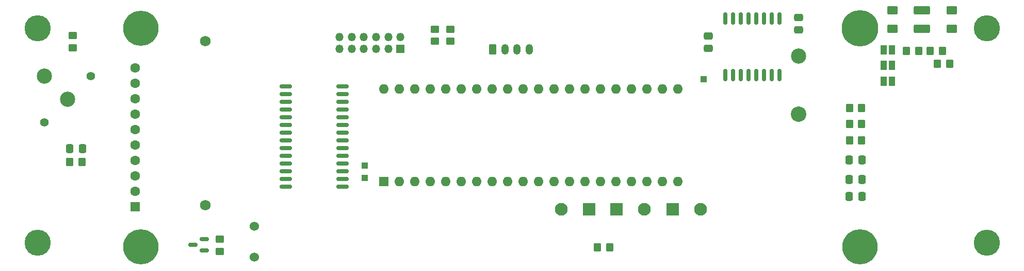
<source format=gts>
%TF.GenerationSoftware,KiCad,Pcbnew,(6.0.0-rc1-393-g0ad0627bb0)*%
%TF.CreationDate,2021-12-16T01:21:56+00:00*%
%TF.ProjectId,solarpump_disp,736f6c61-7270-4756-9d70-5f646973702e,1.0*%
%TF.SameCoordinates,Original*%
%TF.FileFunction,Soldermask,Top*%
%TF.FilePolarity,Negative*%
%FSLAX46Y46*%
G04 Gerber Fmt 4.6, Leading zero omitted, Abs format (unit mm)*
G04 Created by KiCad (PCBNEW (6.0.0-rc1-393-g0ad0627bb0)) date 2021-12-16 01:21:56*
%MOMM*%
%LPD*%
G01*
G04 APERTURE LIST*
G04 Aperture macros list*
%AMRoundRect*
0 Rectangle with rounded corners*
0 $1 Rounding radius*
0 $2 $3 $4 $5 $6 $7 $8 $9 X,Y pos of 4 corners*
0 Add a 4 corners polygon primitive as box body*
4,1,4,$2,$3,$4,$5,$6,$7,$8,$9,$2,$3,0*
0 Add four circle primitives for the rounded corners*
1,1,$1+$1,$2,$3*
1,1,$1+$1,$4,$5*
1,1,$1+$1,$6,$7*
1,1,$1+$1,$8,$9*
0 Add four rect primitives between the rounded corners*
20,1,$1+$1,$2,$3,$4,$5,0*
20,1,$1+$1,$4,$5,$6,$7,0*
20,1,$1+$1,$6,$7,$8,$9,0*
20,1,$1+$1,$8,$9,$2,$3,0*%
G04 Aperture macros list end*
%ADD10R,1.000000X1.000000*%
%ADD11RoundRect,0.250000X-0.450000X0.350000X-0.450000X-0.350000X0.450000X-0.350000X0.450000X0.350000X0*%
%ADD12RoundRect,0.250000X0.337500X0.475000X-0.337500X0.475000X-0.337500X-0.475000X0.337500X-0.475000X0*%
%ADD13RoundRect,0.250000X0.350000X0.450000X-0.350000X0.450000X-0.350000X-0.450000X0.350000X-0.450000X0*%
%ADD14RoundRect,0.150000X0.587500X0.150000X-0.587500X0.150000X-0.587500X-0.150000X0.587500X-0.150000X0*%
%ADD15RoundRect,0.250000X-0.475000X0.337500X-0.475000X-0.337500X0.475000X-0.337500X0.475000X0.337500X0*%
%ADD16RoundRect,0.150000X0.150000X-0.875000X0.150000X0.875000X-0.150000X0.875000X-0.150000X-0.875000X0*%
%ADD17C,4.300000*%
%ADD18RoundRect,0.250000X-0.350000X-0.450000X0.350000X-0.450000X0.350000X0.450000X-0.350000X0.450000X0*%
%ADD19R,1.000000X1.500000*%
%ADD20R,1.600000X1.600000*%
%ADD21O,1.600000X1.600000*%
%ADD22RoundRect,0.250001X-0.624999X0.462499X-0.624999X-0.462499X0.624999X-0.462499X0.624999X0.462499X0*%
%ADD23RoundRect,0.250001X-0.799999X-0.799999X0.799999X-0.799999X0.799999X0.799999X-0.799999X0.799999X0*%
%ADD24C,2.100000*%
%ADD25C,1.400000*%
%ADD26C,2.500000*%
%ADD27RoundRect,0.250001X0.799999X0.799999X-0.799999X0.799999X-0.799999X-0.799999X0.799999X-0.799999X0*%
%ADD28RoundRect,0.250000X-0.337500X-0.475000X0.337500X-0.475000X0.337500X0.475000X-0.337500X0.475000X0*%
%ADD29RoundRect,0.250000X0.450000X-0.350000X0.450000X0.350000X-0.450000X0.350000X-0.450000X-0.350000X0*%
%ADD30C,5.800000*%
%ADD31C,6.000000*%
%ADD32C,1.600000*%
%ADD33RoundRect,0.250001X-1.074999X0.462499X-1.074999X-0.462499X1.074999X-0.462499X1.074999X0.462499X0*%
%ADD34RoundRect,0.150000X0.875000X0.150000X-0.875000X0.150000X-0.875000X-0.150000X0.875000X-0.150000X0*%
%ADD35C,2.540000*%
%ADD36RoundRect,0.250000X-0.350000X-0.625000X0.350000X-0.625000X0.350000X0.625000X-0.350000X0.625000X0*%
%ADD37O,1.200000X1.750000*%
%ADD38R,1.350000X1.350000*%
%ADD39O,1.350000X1.350000*%
%ADD40C,1.750000*%
%ADD41C,1.524000*%
G04 APERTURE END LIST*
D10*
%TO.C,TP5*%
X131572000Y-25654000D03*
%TD*%
D11*
%TO.C,R23*%
X87503000Y-17415000D03*
X87503000Y-19415000D03*
%TD*%
D12*
%TO.C,C37*%
X157555500Y-42164000D03*
X155480500Y-42164000D03*
%TD*%
D13*
%TO.C,R49*%
X166862000Y-20955000D03*
X164862000Y-20955000D03*
%TD*%
D14*
%TO.C,Q6*%
X49603900Y-53858200D03*
X49603900Y-51958200D03*
X47728900Y-52908200D03*
%TD*%
D15*
%TO.C,C51*%
X147193000Y-15472500D03*
X147193000Y-17547500D03*
%TD*%
D16*
%TO.C,U14*%
X135128000Y-24970000D03*
X136398000Y-24970000D03*
X137668000Y-24970000D03*
X138938000Y-24970000D03*
X140208000Y-24970000D03*
X141478000Y-24970000D03*
X142748000Y-24970000D03*
X144018000Y-24970000D03*
X144018000Y-15670000D03*
X142748000Y-15670000D03*
X141478000Y-15670000D03*
X140208000Y-15670000D03*
X138938000Y-15670000D03*
X137668000Y-15670000D03*
X136398000Y-15670000D03*
X135128000Y-15670000D03*
%TD*%
D11*
%TO.C,R25*%
X28067000Y-18456400D03*
X28067000Y-20456400D03*
%TD*%
D17*
%TO.C,H7*%
X178054000Y-52578000D03*
%TD*%
D18*
%TO.C,R27*%
X155518000Y-30353000D03*
X157518000Y-30353000D03*
%TD*%
D12*
%TO.C,C35*%
X29612500Y-37058600D03*
X27537500Y-37058600D03*
%TD*%
D19*
%TO.C,JP4*%
X162473400Y-23393400D03*
X161173400Y-23393400D03*
%TD*%
D10*
%TO.C,TP3*%
X75934000Y-41878055D03*
%TD*%
D17*
%TO.C,H6*%
X178054000Y-17272000D03*
%TD*%
D11*
%TO.C,R24*%
X90043000Y-17415000D03*
X90043000Y-19415000D03*
%TD*%
D20*
%TO.C,M3*%
X79074000Y-42532277D03*
D21*
X81614000Y-42532277D03*
X84154000Y-42532277D03*
X86694000Y-42532277D03*
X89234000Y-42532277D03*
X91774000Y-42532277D03*
X94314000Y-42532277D03*
X96854000Y-42532277D03*
X99394000Y-42532277D03*
X101934000Y-42532277D03*
X104474000Y-42532277D03*
X107014000Y-42532277D03*
X109554000Y-42532277D03*
X112094000Y-42532277D03*
X114634000Y-42532277D03*
X117174000Y-42532277D03*
X119714000Y-42532277D03*
X122254000Y-42532277D03*
X124794000Y-42532277D03*
X127334000Y-42532277D03*
X127334000Y-27292277D03*
X124794000Y-27292277D03*
X122254000Y-27292277D03*
X119714000Y-27292277D03*
X117174000Y-27292277D03*
X114634000Y-27292277D03*
X112094000Y-27292277D03*
X109554000Y-27292277D03*
X107014000Y-27292277D03*
X104474000Y-27292277D03*
X101934000Y-27292277D03*
X99394000Y-27292277D03*
X96854000Y-27292277D03*
X94314000Y-27292277D03*
X91774000Y-27292277D03*
X89234000Y-27292277D03*
X86694000Y-27292277D03*
X84154000Y-27292277D03*
X81614000Y-27292277D03*
X79074000Y-27292277D03*
%TD*%
D22*
%TO.C,D14*%
X172288200Y-14336700D03*
X172288200Y-17311700D03*
%TD*%
D19*
%TO.C,JP3*%
X162473400Y-25958800D03*
X161173400Y-25958800D03*
%TD*%
%TO.C,JP5*%
X162473400Y-20853400D03*
X161173400Y-20853400D03*
%TD*%
D18*
%TO.C,R51*%
X27575000Y-39243000D03*
X29575000Y-39243000D03*
%TD*%
D22*
%TO.C,D16*%
X162560000Y-14336700D03*
X162560000Y-17311700D03*
%TD*%
D23*
%TO.C,SW4*%
X117257800Y-47091600D03*
D24*
X121857800Y-47091600D03*
%TD*%
D23*
%TO.C,SW5*%
X126466600Y-47091600D03*
D24*
X131066600Y-47091600D03*
%TD*%
D25*
%TO.C,SW1*%
X30963000Y-25121000D03*
X23343000Y-32741000D03*
D26*
X23343000Y-25121000D03*
X27153000Y-28931000D03*
%TD*%
D18*
%TO.C,R28*%
X155518000Y-35687000D03*
X157518000Y-35687000D03*
%TD*%
D17*
%TO.C,H8*%
X22256235Y-52578000D03*
%TD*%
D27*
%TO.C,SW3*%
X112790000Y-47091600D03*
D24*
X108190000Y-47091600D03*
%TD*%
D28*
%TO.C,C38*%
X155480500Y-44958000D03*
X157555500Y-44958000D03*
%TD*%
D18*
%TO.C,R29*%
X155518000Y-33020000D03*
X157518000Y-33020000D03*
%TD*%
D29*
%TO.C,R26*%
X52197000Y-53975000D03*
X52197000Y-51975000D03*
%TD*%
D30*
%TO.C,J11*%
X157259281Y-53264800D03*
D31*
X157259281Y-17264800D03*
D30*
X39259281Y-53264800D03*
X39259281Y-17264800D03*
D20*
X38259281Y-46659800D03*
D32*
X38259281Y-44119800D03*
X38259281Y-41579800D03*
X38259281Y-39039800D03*
X38259281Y-36499800D03*
X38259281Y-33959800D03*
X38259281Y-31419800D03*
X38259281Y-28879800D03*
X38259281Y-26339800D03*
X38259281Y-23799800D03*
%TD*%
D33*
%TO.C,D15*%
X167424100Y-14336700D03*
X167424100Y-17311700D03*
%TD*%
D15*
%TO.C,C24*%
X132334000Y-18520500D03*
X132334000Y-20595500D03*
%TD*%
D13*
%TO.C,R48*%
X170799000Y-20955000D03*
X168799000Y-20955000D03*
%TD*%
D10*
%TO.C,TP4*%
X75932000Y-39848055D03*
%TD*%
D12*
%TO.C,C36*%
X157555500Y-38910500D03*
X155480500Y-38910500D03*
%TD*%
D13*
%TO.C,R47*%
X171942000Y-23114000D03*
X169942000Y-23114000D03*
%TD*%
D34*
%TO.C,U10*%
X72326953Y-43381000D03*
X72326953Y-42111000D03*
X72326953Y-40841000D03*
X72326953Y-39571000D03*
X72326953Y-38301000D03*
X72326953Y-37031000D03*
X72326953Y-35761000D03*
X72326953Y-34491000D03*
X72326953Y-33221000D03*
X72326953Y-31951000D03*
X72326953Y-30681000D03*
X72326953Y-29411000D03*
X72326953Y-28141000D03*
X72326953Y-26871000D03*
X63026953Y-26871000D03*
X63026953Y-28141000D03*
X63026953Y-29411000D03*
X63026953Y-30681000D03*
X63026953Y-31951000D03*
X63026953Y-33221000D03*
X63026953Y-34491000D03*
X63026953Y-35761000D03*
X63026953Y-37031000D03*
X63026953Y-38301000D03*
X63026953Y-39571000D03*
X63026953Y-40841000D03*
X63026953Y-42111000D03*
X63026953Y-43381000D03*
%TD*%
D17*
%TO.C,H5*%
X22256235Y-17272000D03*
%TD*%
D18*
%TO.C,R50*%
X114138200Y-53365400D03*
X116138200Y-53365400D03*
%TD*%
D26*
%TO.C,BT2*%
X147193000Y-21844000D03*
D35*
X147193000Y-31374000D03*
%TD*%
D36*
%TO.C,J12*%
X96977200Y-20777200D03*
D37*
X98977200Y-20777200D03*
X100977200Y-20777200D03*
X102977200Y-20777200D03*
%TD*%
D38*
%TO.C,J6*%
X81835000Y-20685000D03*
D39*
X81835000Y-18685000D03*
X79835000Y-20685000D03*
X79835000Y-18685000D03*
X77835000Y-20685000D03*
X77835000Y-18685000D03*
X75835000Y-20685000D03*
X75835000Y-18685000D03*
X73835000Y-20685000D03*
X73835000Y-18685000D03*
X71835000Y-20685000D03*
X71835000Y-18685000D03*
%TD*%
D40*
%TO.C,BZ1*%
X49784000Y-46393000D03*
X49784000Y-19393000D03*
D41*
X57862600Y-49861800D03*
X57862600Y-54961800D03*
%TD*%
M02*

</source>
